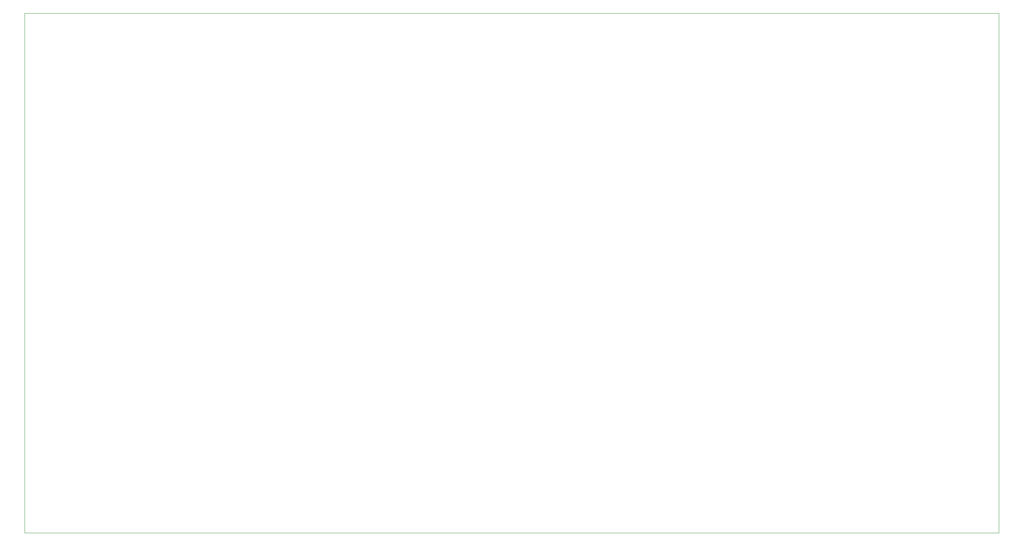
<source format=gm1>
G04 #@! TF.GenerationSoftware,KiCad,Pcbnew,7.0.8*
G04 #@! TF.CreationDate,2023-11-04T04:32:01-07:00*
G04 #@! TF.ProjectId,picovoltexv2,7069636f-766f-46c7-9465-7876322e6b69,rev?*
G04 #@! TF.SameCoordinates,Original*
G04 #@! TF.FileFunction,Profile,NP*
%FSLAX46Y46*%
G04 Gerber Fmt 4.6, Leading zero omitted, Abs format (unit mm)*
G04 Created by KiCad (PCBNEW 7.0.8) date 2023-11-04 04:32:01*
%MOMM*%
%LPD*%
G01*
G04 APERTURE LIST*
G04 #@! TA.AperFunction,Profile*
%ADD10C,0.100000*%
G04 #@! TD*
G04 APERTURE END LIST*
D10*
X39900000Y-36520000D02*
X264900000Y-36520000D01*
X264900000Y-156520000D01*
X39900000Y-156520000D01*
X39900000Y-36520000D01*
M02*

</source>
